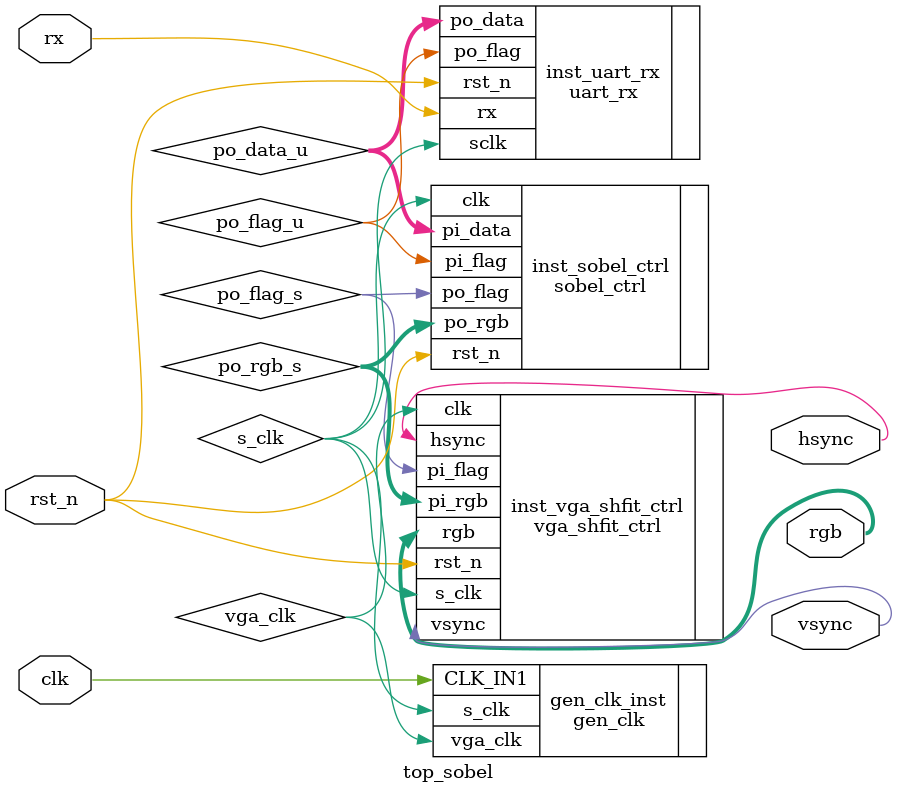
<source format=v>

module top_sobel(
	input	wire 			clk,
	input	wire 			rst_n,
	input	wire 			rx,
	output	wire 			hsync,
	output	wire 			vsync,
	output	wire 	[7:0]	rgb
	);
wire		s_clk , vga_clk;
wire 		po_flag_u;
wire [7:0]	po_data_u;
wire 		po_flag_s;
wire [7:0]	po_rgb_s;

  gen_clk gen_clk_inst
   (// Clock in ports
    .CLK_IN1(clk),      // IN
    // Clock out ports
    .s_clk(s_clk),     // OUT
    .vga_clk(vga_clk));    // OUT

	uart_rx inst_uart_rx (
			.sclk    (s_clk),
			.rst_n   (rst_n),
			.rx      (rx),
			.po_data (po_data_u),
			.po_flag (po_flag_u)
		);
	sobel_ctrl inst_sobel_ctrl (
			.clk     (s_clk),
			.rst_n   (rst_n),
			.pi_flag (po_flag_u),
			.pi_data (po_data_u),
			.po_flag (po_flag_s),
			.po_rgb  (po_rgb_s)
		);

	vga_shfit_ctrl inst_vga_shfit_ctrl
		(
			.clk     (vga_clk),
			.s_clk   (s_clk),
			.rst_n   (rst_n),
			.hsync   (hsync),
			.vsync   (vsync),
			.rgb     (rgb),
			.pi_flag (po_flag_s),
			.pi_rgb  (po_rgb_s)
		);

endmodule 
</source>
